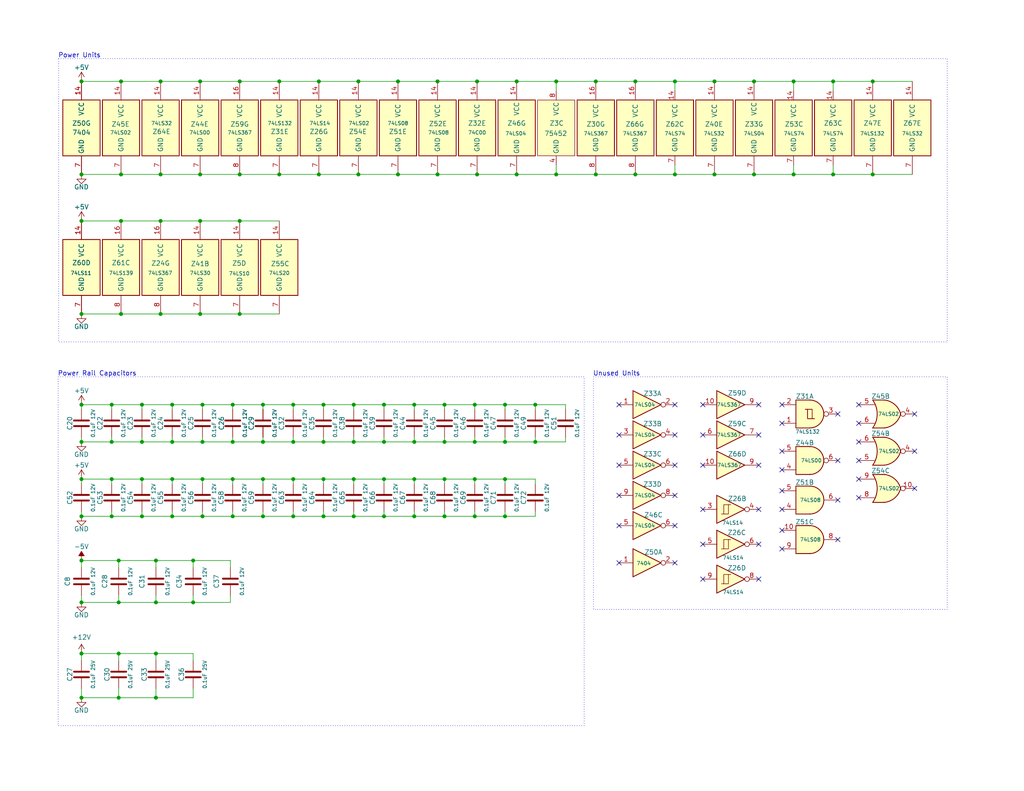
<source format=kicad_sch>
(kicad_sch (version 20250114) (generator "eeschema") (generator_version "9.0")
  (paper "USLetter")
  (title_block (title "TRS-80 Model I Rev HE11E011550") (date "2025-06-14") (rev "E1A") (company "RetroStack - Marcel Erz") (comment 2 "Power Units, Capacitors, and unused units") (comment 4 "Capacitors & Others"))
  (rectangle (start 161.925 102.87) (end 258.445 166.37) (stroke (width 0) (type dot)))
  (rectangle (start 15.875 102.87) (end 159.385 198.12) (stroke (width 0) (type dot)))
  (rectangle (start 16.002 16.002) (end 258.445 93.345) (stroke (width 0) (type dot)))
  (text "Power Units" (at 15.875 15.24 0) (effects (font (size 1.27 1.27)) (justify left)))
  (text "Unused Units" (at 161.798 102.108 0) (effects (font (size 1.27 1.27)) (justify left)))
  (text "Power Rail Capacitors" (at 15.748 102.108 0) (effects (font (size 1.27 1.27)) (justify left)))
  (junction (at 104.775 140.97))
  (junction (at 151.765 47.625))
  (junction (at 113.03 130.81))
  (junction (at 22.225 47.625))
  (junction (at 33.02 85.725))
  (junction (at 96.52 130.81))
  (junction (at 80.01 130.81))
  (junction (at 33.02 47.625))
  (junction (at 54.61 60.325))
  (junction (at 108.585 47.625))
  (junction (at 162.56 22.225))
  (junction (at 151.765 22.225))
  (junction (at 30.48 130.81))
  (junction (at 113.03 110.49))
  (junction (at 63.5 140.97))
  (junction (at 216.535 22.225))
  (junction (at 52.705 164.465))
  (junction (at 238.125 22.225))
  (junction (at 33.02 22.225))
  (junction (at 137.795 120.65))
  (junction (at 43.815 47.625))
  (junction (at 55.245 130.81))
  (junction (at 194.945 47.625))
  (junction (at 46.99 130.81))
  (junction (at 173.355 22.225))
  (junction (at 63.5 110.49))
  (junction (at 30.48 140.97))
  (junction (at 42.545 190.5))
  (junction (at 88.265 130.81))
  (junction (at 96.52 140.97))
  (junction (at 129.54 140.97))
  (junction (at 46.99 110.49))
  (junction (at 88.265 120.65))
  (junction (at 113.03 120.65))
  (junction (at 119.38 47.625))
  (junction (at 129.54 120.65))
  (junction (at 137.795 130.81))
  (junction (at 162.56 47.625))
  (junction (at 227.33 22.225))
  (junction (at 238.125 47.625))
  (junction (at 22.225 85.725))
  (junction (at 30.48 120.65))
  (junction (at 71.755 110.49))
  (junction (at 96.52 120.65))
  (junction (at 146.05 110.49))
  (junction (at 22.225 164.465))
  (junction (at 173.355 47.625))
  (junction (at 121.285 130.81))
  (junction (at 65.405 85.725))
  (junction (at 121.285 140.97))
  (junction (at 88.265 140.97))
  (junction (at 86.995 47.625))
  (junction (at 22.225 130.81))
  (junction (at 65.405 22.225))
  (junction (at 71.755 140.97))
  (junction (at 108.585 22.225))
  (junction (at 80.01 140.97))
  (junction (at 96.52 110.49))
  (junction (at 38.735 140.97))
  (junction (at 22.225 178.435))
  (junction (at 184.15 47.625))
  (junction (at 42.545 164.465))
  (junction (at 54.61 22.225))
  (junction (at 22.225 22.225))
  (junction (at 32.385 153.035))
  (junction (at 22.225 60.325))
  (junction (at 63.5 130.81))
  (junction (at 42.545 178.435))
  (junction (at 184.15 22.225))
  (junction (at 104.775 120.65))
  (junction (at 140.97 22.225))
  (junction (at 205.74 22.225))
  (junction (at 30.48 110.49))
  (junction (at 46.99 120.65))
  (junction (at 130.175 22.225))
  (junction (at 129.54 110.49))
  (junction (at 121.285 110.49))
  (junction (at 32.385 190.5))
  (junction (at 33.02 60.325))
  (junction (at 71.755 130.81))
  (junction (at 22.225 120.65))
  (junction (at 130.175 47.625))
  (junction (at 46.99 140.97))
  (junction (at 38.735 110.49))
  (junction (at 137.795 140.97))
  (junction (at 52.705 153.035))
  (junction (at 104.775 130.81))
  (junction (at 205.74 47.625))
  (junction (at 63.5 120.65))
  (junction (at 65.405 60.325))
  (junction (at 38.735 120.65))
  (junction (at 121.285 120.65))
  (junction (at 76.2 47.625))
  (junction (at 65.405 47.625))
  (junction (at 43.815 60.325))
  (junction (at 22.225 190.5))
  (junction (at 55.245 120.65))
  (junction (at 129.54 130.81))
  (junction (at 194.945 22.225))
  (junction (at 55.245 140.97))
  (junction (at 32.385 164.465))
  (junction (at 42.545 153.035))
  (junction (at 113.03 140.97))
  (junction (at 43.815 22.225))
  (junction (at 146.05 120.65))
  (junction (at 104.775 110.49))
  (junction (at 54.61 85.725))
  (junction (at 119.38 22.225))
  (junction (at 22.225 153.035))
  (junction (at 86.995 22.225))
  (junction (at 22.225 110.49))
  (junction (at 227.33 47.625))
  (junction (at 71.755 120.65))
  (junction (at 32.385 178.435))
  (junction (at 137.795 110.49))
  (junction (at 97.79 47.625))
  (junction (at 97.79 22.225))
  (junction (at 80.01 120.65))
  (junction (at 38.735 130.81))
  (junction (at 88.265 110.49))
  (junction (at 54.61 47.625))
  (junction (at 80.01 110.49))
  (junction (at 140.97 47.625))
  (junction (at 55.245 110.49))
  (junction (at 43.815 85.725))
  (junction (at 76.2 22.225))
  (junction (at 216.535 47.625))
  (junction (at 22.225 140.97))
  (no_connect (at 207.01 110.49))
  (no_connect (at 234.315 115.57))
  (no_connect (at 213.36 123.19))
  (no_connect (at 234.315 125.73))
  (no_connect (at 213.36 110.49))
  (no_connect (at 168.91 110.49))
  (no_connect (at 168.91 153.67))
  (no_connect (at 228.6 147.32))
  (no_connect (at 184.15 143.51))
  (no_connect (at 184.15 153.67))
  (no_connect (at 191.77 139.065))
  (no_connect (at 207.01 139.065))
  (no_connect (at 168.91 127))
  (no_connect (at 207.01 127))
  (no_connect (at 249.555 113.03))
  (no_connect (at 191.77 158.115))
  (no_connect (at 168.91 118.745))
  (no_connect (at 168.91 143.51))
  (no_connect (at 213.36 115.57))
  (no_connect (at 213.36 133.985))
  (no_connect (at 207.01 158.115))
  (no_connect (at 234.315 135.89))
  (no_connect (at 228.6 136.525))
  (no_connect (at 213.36 128.27))
  (no_connect (at 184.15 110.49))
  (no_connect (at 249.555 123.19))
  (no_connect (at 213.36 149.86))
  (no_connect (at 234.315 130.81))
  (no_connect (at 207.01 118.745))
  (no_connect (at 234.315 110.49))
  (no_connect (at 184.15 118.745))
  (no_connect (at 184.15 135.255))
  (no_connect (at 191.77 148.59))
  (no_connect (at 228.6 125.73))
  (no_connect (at 168.91 135.255))
  (no_connect (at 184.15 127))
  (no_connect (at 249.555 133.35))
  (no_connect (at 191.77 118.745))
  (no_connect (at 228.6 113.03))
  (no_connect (at 234.315 120.65))
  (no_connect (at 213.36 144.78))
  (no_connect (at 207.01 148.59))
  (no_connect (at 213.36 139.065))
  (no_connect (at 191.77 110.49))
  (no_connect (at 191.77 127))
  (wire (pts (xy 129.54 139.7) (xy 129.54 140.97)))
  (wire (pts (xy 154.305 110.49) (xy 154.305 111.76)))
  (wire (pts (xy 32.385 154.94) (xy 32.385 153.035)))
  (wire (pts (xy 173.355 22.225) (xy 184.15 22.225)))
  (wire (pts (xy 137.795 120.65) (xy 137.795 119.38)))
  (wire (pts (xy 22.225 178.435) (xy 22.225 180.34)))
  (wire (pts (xy 108.585 22.225) (xy 119.38 22.225)))
  (wire (pts (xy 227.33 47.625) (xy 216.535 47.625)))
  (wire (pts (xy 62.865 153.035) (xy 52.705 153.035)))
  (wire (pts (xy 140.97 22.225) (xy 151.765 22.225)))
  (wire (pts (xy 71.755 120.65) (xy 80.01 120.65)))
  (wire (pts (xy 30.48 120.65) (xy 30.48 119.38)))
  (wire (pts (xy 55.245 110.49) (xy 63.5 110.49)))
  (wire (pts (xy 104.775 139.7) (xy 104.775 140.97)))
  (wire (pts (xy 46.99 130.81) (xy 55.245 130.81)))
  (wire (pts (xy 30.48 140.97) (xy 30.48 139.7)))
  (wire (pts (xy 151.765 22.225) (xy 162.56 22.225)))
  (wire (pts (xy 43.815 85.725) (xy 54.61 85.725)))
  (wire (pts (xy 38.735 130.81) (xy 38.735 132.08)))
  (wire (pts (xy 86.995 47.625) (xy 97.79 47.625)))
  (wire (pts (xy 88.265 110.49) (xy 96.52 110.49)))
  (wire (pts (xy 63.5 130.81) (xy 71.755 130.81)))
  (wire (pts (xy 86.995 22.225) (xy 97.79 22.225)))
  (wire (pts (xy 104.775 120.65) (xy 104.775 119.38)))
  (wire (pts (xy 113.03 110.49) (xy 121.285 110.49)))
  (wire (pts (xy 38.735 140.97) (xy 38.735 139.7)))
  (wire (pts (xy 238.125 47.625) (xy 248.92 47.625)))
  (wire (pts (xy 96.52 130.81) (xy 88.265 130.81)))
  (wire (pts (xy 96.52 132.08) (xy 96.52 130.81)))
  (wire (pts (xy 55.245 120.65) (xy 55.245 119.38)))
  (wire (pts (xy 121.285 132.08) (xy 121.285 130.81)))
  (wire (pts (xy 96.52 110.49) (xy 104.775 110.49)))
  (wire (pts (xy 42.545 178.435) (xy 42.545 180.34)))
  (wire (pts (xy 146.05 120.65) (xy 146.05 119.38)))
  (wire (pts (xy 137.795 120.65) (xy 146.05 120.65)))
  (wire (pts (xy 55.245 140.97) (xy 55.245 139.7)))
  (wire (pts (xy 108.585 47.625) (xy 119.38 47.625)))
  (wire (pts (xy 38.735 120.65) (xy 46.99 120.65)))
  (wire (pts (xy 63.5 120.65) (xy 71.755 120.65)))
  (wire (pts (xy 146.05 110.49) (xy 146.05 111.76)))
  (wire (pts (xy 32.385 178.435) (xy 22.225 178.435)))
  (wire (pts (xy 80.01 110.49) (xy 88.265 110.49)))
  (wire (pts (xy 46.99 110.49) (xy 46.99 111.76)))
  (wire (pts (xy 30.48 120.65) (xy 38.735 120.65)))
  (wire (pts (xy 113.03 110.49) (xy 113.03 111.76)))
  (wire (pts (xy 52.705 187.96) (xy 52.705 190.5)))
  (wire (pts (xy 38.735 120.65) (xy 38.735 119.38)))
  (wire (pts (xy 42.545 162.56) (xy 42.545 164.465)))
  (wire (pts (xy 63.5 119.38) (xy 63.5 120.65)))
  (wire (pts (xy 33.02 47.625) (xy 43.815 47.625)))
  (wire (pts (xy 227.33 47.625) (xy 238.125 47.625)))
  (wire (pts (xy 76.2 22.225) (xy 86.995 22.225)))
  (wire (pts (xy 113.03 120.65) (xy 121.285 120.65)))
  (wire (pts (xy 65.405 60.325) (xy 76.2 60.325)))
  (wire (pts (xy 130.175 22.225) (xy 140.97 22.225)))
  (wire (pts (xy 65.405 85.725) (xy 76.2 85.725)))
  (wire (pts (xy 22.225 60.325) (xy 33.02 60.325)))
  (wire (pts (xy 32.385 187.96) (xy 32.385 190.5)))
  (wire (pts (xy 104.775 130.81) (xy 113.03 130.81)))
  (wire (pts (xy 88.265 139.7) (xy 88.265 140.97)))
  (wire (pts (xy 130.175 47.625) (xy 119.38 47.625)))
  (wire (pts (xy 32.385 164.465) (xy 22.225 164.465)))
  (wire (pts (xy 88.265 132.08) (xy 88.265 130.81)))
  (wire (pts (xy 42.545 154.94) (xy 42.545 153.035)))
  (wire (pts (xy 140.97 47.625) (xy 151.765 47.625)))
  (wire (pts (xy 137.795 110.49) (xy 146.05 110.49)))
  (wire (pts (xy 42.545 164.465) (xy 32.385 164.465)))
  (wire (pts (xy 137.795 139.7) (xy 137.795 140.97)))
  (wire (pts (xy 121.285 120.65) (xy 129.54 120.65)))
  (wire (pts (xy 22.225 140.97) (xy 30.48 140.97)))
  (wire (pts (xy 63.5 130.81) (xy 63.5 132.08)))
  (wire (pts (xy 121.285 110.49) (xy 121.285 111.76)))
  (wire (pts (xy 146.05 120.65) (xy 154.305 120.65)))
  (wire (pts (xy 205.74 22.225) (xy 216.535 22.225)))
  (wire (pts (xy 52.705 190.5) (xy 42.545 190.5)))
  (wire (pts (xy 88.265 120.65) (xy 96.52 120.65)))
  (wire (pts (xy 30.48 130.81) (xy 38.735 130.81)))
  (wire (pts (xy 151.765 22.225) (xy 151.765 24.765)))
  (wire (pts (xy 43.815 47.625) (xy 54.61 47.625)))
  (wire (pts (xy 62.865 164.465) (xy 52.705 164.465)))
  (wire (pts (xy 38.735 130.81) (xy 46.99 130.81)))
  (wire (pts (xy 63.5 110.49) (xy 71.755 110.49)))
  (wire (pts (xy 52.705 154.94) (xy 52.705 153.035)))
  (wire (pts (xy 80.01 120.65) (xy 88.265 120.65)))
  (wire (pts (xy 184.15 22.225) (xy 184.15 24.765)))
  (wire (pts (xy 104.775 132.08) (xy 104.775 130.81)))
  (wire (pts (xy 46.99 120.65) (xy 46.99 119.38)))
  (wire (pts (xy 121.285 120.65) (xy 121.285 119.38)))
  (wire (pts (xy 76.2 47.625) (xy 86.995 47.625)))
  (wire (pts (xy 71.755 120.65) (xy 71.755 119.38)))
  (wire (pts (xy 146.05 139.7) (xy 146.05 140.97)))
  (wire (pts (xy 80.01 110.49) (xy 80.01 111.76)))
  (wire (pts (xy 130.175 47.625) (xy 140.97 47.625)))
  (wire (pts (xy 46.99 130.81) (xy 46.99 132.08)))
  (wire (pts (xy 146.05 110.49) (xy 154.305 110.49)))
  (wire (pts (xy 71.755 130.81) (xy 71.755 132.08)))
  (wire (pts (xy 129.54 132.08) (xy 129.54 130.81)))
  (wire (pts (xy 80.01 130.81) (xy 71.755 130.81)))
  (wire (pts (xy 22.225 153.035) (xy 22.225 154.94)))
  (wire (pts (xy 42.545 190.5) (xy 32.385 190.5)))
  (wire (pts (xy 162.56 22.225) (xy 173.355 22.225)))
  (wire (pts (xy 104.775 120.65) (xy 113.03 120.65)))
  (wire (pts (xy 22.225 110.49) (xy 30.48 110.49)))
  (wire (pts (xy 30.48 130.81) (xy 30.48 132.08)))
  (wire (pts (xy 96.52 140.97) (xy 88.265 140.97)))
  (wire (pts (xy 54.61 47.625) (xy 65.405 47.625)))
  (wire (pts (xy 113.03 140.97) (xy 121.285 140.97)))
  (wire (pts (xy 80.01 139.7) (xy 80.01 140.97)))
  (wire (pts (xy 30.48 140.97) (xy 38.735 140.97)))
  (wire (pts (xy 71.755 110.49) (xy 80.01 110.49)))
  (wire (pts (xy 46.99 140.97) (xy 55.245 140.97)))
  (wire (pts (xy 32.385 190.5) (xy 22.225 190.5)))
  (wire (pts (xy 22.225 110.49) (xy 22.225 111.76)))
  (wire (pts (xy 55.245 140.97) (xy 63.5 140.97)))
  (wire (pts (xy 129.54 110.49) (xy 129.54 111.76)))
  (wire (pts (xy 238.125 22.225) (xy 248.92 22.225)))
  (wire (pts (xy 227.33 22.225) (xy 216.535 22.225)))
  (wire (pts (xy 55.245 130.81) (xy 63.5 130.81)))
  (wire (pts (xy 42.545 153.035) (xy 32.385 153.035)))
  (wire (pts (xy 129.54 130.81) (xy 121.285 130.81)))
  (wire (pts (xy 96.52 139.7) (xy 96.52 140.97)))
  (wire (pts (xy 33.02 60.325) (xy 43.815 60.325)))
  (wire (pts (xy 129.54 120.65) (xy 137.795 120.65)))
  (wire (pts (xy 22.225 47.625) (xy 33.02 47.625)))
  (wire (pts (xy 55.245 130.81) (xy 55.245 132.08)))
  (wire (pts (xy 88.265 130.81) (xy 80.01 130.81)))
  (wire (pts (xy 227.33 22.225) (xy 238.125 22.225)))
  (wire (pts (xy 22.225 120.65) (xy 22.225 119.38)))
  (wire (pts (xy 22.225 85.725) (xy 33.02 85.725)))
  (wire (pts (xy 54.61 22.225) (xy 65.405 22.225)))
  (wire (pts (xy 63.5 140.97) (xy 71.755 140.97)))
  (wire (pts (xy 62.865 154.94) (xy 62.865 153.035)))
  (wire (pts (xy 62.865 162.56) (xy 62.865 164.465)))
  (wire (pts (xy 63.5 140.97) (xy 63.5 139.7)))
  (wire (pts (xy 71.755 140.97) (xy 71.755 139.7)))
  (wire (pts (xy 121.285 110.49) (xy 129.54 110.49)))
  (wire (pts (xy 137.795 132.08) (xy 137.795 130.81)))
  (wire (pts (xy 146.05 132.08) (xy 146.05 130.81)))
  (wire (pts (xy 46.99 120.65) (xy 55.245 120.65)))
  (wire (pts (xy 32.385 153.035) (xy 22.225 153.035)))
  (wire (pts (xy 227.33 24.765) (xy 227.33 22.225)))
  (wire (pts (xy 96.52 110.49) (xy 96.52 111.76)))
  (wire (pts (xy 32.385 178.435) (xy 32.385 180.34)))
  (wire (pts (xy 216.535 24.765) (xy 216.535 22.225)))
  (wire (pts (xy 184.15 22.225) (xy 194.945 22.225)))
  (wire (pts (xy 97.79 22.225) (xy 108.585 22.225)))
  (wire (pts (xy 80.01 140.97) (xy 71.755 140.97)))
  (wire (pts (xy 184.15 47.625) (xy 194.945 47.625)))
  (wire (pts (xy 137.795 140.97) (xy 146.05 140.97)))
  (wire (pts (xy 129.54 110.49) (xy 137.795 110.49)))
  (wire (pts (xy 104.775 110.49) (xy 104.775 111.76)))
  (wire (pts (xy 52.705 178.435) (xy 42.545 178.435)))
  (wire (pts (xy 113.03 132.08) (xy 113.03 130.81)))
  (wire (pts (xy 52.705 180.34) (xy 52.705 178.435)))
  (wire (pts (xy 88.265 140.97) (xy 80.01 140.97)))
  (wire (pts (xy 137.795 130.81) (xy 146.05 130.81)))
  (wire (pts (xy 22.225 120.65) (xy 30.48 120.65)))
  (wire (pts (xy 38.735 110.49) (xy 46.99 110.49)))
  (wire (pts (xy 113.03 130.81) (xy 121.285 130.81)))
  (wire (pts (xy 42.545 178.435) (xy 32.385 178.435)))
  (wire (pts (xy 96.52 120.65) (xy 96.52 119.38)))
  (wire (pts (xy 30.48 110.49) (xy 38.735 110.49)))
  (wire (pts (xy 30.48 110.49) (xy 30.48 111.76)))
  (wire (pts (xy 130.175 22.225) (xy 119.38 22.225)))
  (wire (pts (xy 104.775 140.97) (xy 113.03 140.97)))
  (wire (pts (xy 71.755 110.49) (xy 71.755 111.76)))
  (wire (pts (xy 65.405 47.625) (xy 76.2 47.625)))
  (wire (pts (xy 129.54 140.97) (xy 121.285 140.97)))
  (wire (pts (xy 154.305 120.65) (xy 154.305 119.38)))
  (wire (pts (xy 96.52 120.65) (xy 104.775 120.65)))
  (wire (pts (xy 88.265 120.65) (xy 88.265 119.38)))
  (wire (pts (xy 42.545 187.96) (xy 42.545 190.5)))
  (wire (pts (xy 22.225 162.56) (xy 22.225 164.465)))
  (wire (pts (xy 137.795 140.97) (xy 129.54 140.97)))
  (wire (pts (xy 104.775 110.49) (xy 113.03 110.49)))
  (wire (pts (xy 104.775 140.97) (xy 96.52 140.97)))
  (wire (pts (xy 194.945 22.225) (xy 205.74 22.225)))
  (wire (pts (xy 43.815 22.225) (xy 54.61 22.225)))
  (wire (pts (xy 46.99 140.97) (xy 46.99 139.7)))
  (wire (pts (xy 33.02 85.725) (xy 43.815 85.725)))
  (wire (pts (xy 52.705 164.465) (xy 42.545 164.465)))
  (wire (pts (xy 22.225 130.81) (xy 30.48 130.81)))
  (wire (pts (xy 63.5 111.76) (xy 63.5 110.49)))
  (wire (pts (xy 22.225 22.225) (xy 33.02 22.225)))
  (wire (pts (xy 54.61 85.725) (xy 65.405 85.725)))
  (wire (pts (xy 151.765 45.085) (xy 151.765 47.625)))
  (wire (pts (xy 97.79 47.625) (xy 108.585 47.625)))
  (wire (pts (xy 55.245 120.65) (xy 63.5 120.65)))
  (wire (pts (xy 22.225 130.81) (xy 22.225 132.08)))
  (wire (pts (xy 38.735 110.49) (xy 38.735 111.76)))
  (wire (pts (xy 162.56 47.625) (xy 173.355 47.625)))
  (wire (pts (xy 54.61 60.325) (xy 65.405 60.325)))
  (wire (pts (xy 121.285 139.7) (xy 121.285 140.97)))
  (wire (pts (xy 173.355 47.625) (xy 184.15 47.625)))
  (wire (pts (xy 80.01 132.08) (xy 80.01 130.81)))
  (wire (pts (xy 55.245 110.49) (xy 55.245 111.76)))
  (wire (pts (xy 137.795 130.81) (xy 129.54 130.81)))
  (wire (pts (xy 22.225 140.97) (xy 22.225 139.7)))
  (wire (pts (xy 22.225 187.96) (xy 22.225 190.5)))
  (wire (pts (xy 33.02 22.225) (xy 43.815 22.225)))
  (wire (pts (xy 88.265 110.49) (xy 88.265 111.76)))
  (wire (pts (xy 46.99 110.49) (xy 55.245 110.49)))
  (wire (pts (xy 184.15 45.085) (xy 184.15 47.625)))
  (wire (pts (xy 137.795 110.49) (xy 137.795 111.76)))
  (wire (pts (xy 104.775 130.81) (xy 96.52 130.81)))
  (wire (pts (xy 194.945 47.625) (xy 205.74 47.625)))
  (wire (pts (xy 129.54 120.65) (xy 129.54 119.38)))
  (wire (pts (xy 52.705 162.56) (xy 52.705 164.465)))
  (wire (pts (xy 38.735 140.97) (xy 46.99 140.97)))
  (wire (pts (xy 216.535 45.085) (xy 216.535 47.625)))
  (wire (pts (xy 113.03 120.65) (xy 113.03 119.38)))
  (wire (pts (xy 43.815 60.325) (xy 54.61 60.325)))
  (wire (pts (xy 151.765 47.625) (xy 162.56 47.625)))
  (wire (pts (xy 65.405 22.225) (xy 76.2 22.225)))
  (wire (pts (xy 52.705 153.035) (xy 42.545 153.035)))
  (wire (pts (xy 205.74 47.625) (xy 216.535 47.625)))
  (wire (pts (xy 227.33 45.085) (xy 227.33 47.625)))
  (wire (pts (xy 80.01 120.65) (xy 80.01 119.38)))
  (wire (pts (xy 32.385 162.56) (xy 32.385 164.465)))
  (wire (pts (xy 113.03 139.7) (xy 113.03 140.97)))
  (symbol (lib_id "Device:C") (at 104.775 115.57 0) (unit 1)
    (property "Reference" "C39" (at 101.6 115.57 90))
    (property "Value" "0.1uF 12V" (at 107.95 115.57 90) (effects (font (size 1 1))))
    (property "Footprint" "Library:TRS80_Model_I_C_Disc_9.5L_4W_6P_Jap" (effects (hide yes)))
  )
  (symbol (lib_id "RetroStackLibrary:74LS367_Split") (at 173.355 24.13 0) (unit 7)
    (property "Reference" "Z66" (at 173.228 33.909 0))
    (property "Value" "74LS367" (at 173.228 36.449 0) (effects (font (size 1 1))))
    (property "Footprint" "Library:TRS80_Model_I_DIP16_Jap" (effects (hide yes)))
    (property "Datasheet" "https://www.ti.com/lit/ds/symlink/sn74ls367a.pdf" (effects (hide yes)))
    (property "Description" "Hex buffer 3-State outputs" (effects (hide yes)))
  )
  (symbol (lib_id "RetroStackLibrary:74LS367_Split") (at 43.815 62.23 0) (unit 7)
    (property "Reference" "Z24" (at 43.815 71.882 0))
    (property "Value" "74LS367" (at 43.688 74.549 0) (effects (font (size 1 1))))
    (property "Footprint" "Library:TRS80_Model_I_DIP16_Jap" (effects (hide yes)))
    (property "Datasheet" "https://www.ti.com/lit/ds/symlink/sn74ls367a.pdf" (effects (hide yes)))
    (property "Description" "Hex buffer 3-State outputs" (effects (hide yes)))
  )
  (symbol (lib_id "74xx:74LS04") (at 176.53 127 0) (unit 3)
    (property "Reference" "Z33" (at 178.054 123.952 0))
    (property "Value" "74LS04" (at 175.895 127 0) (effects (font (size 1 1))))
    (property "Footprint" "Library:TRS80_Model_I_DIP14_Jap" (effects (hide yes)))
    (property "Datasheet" "http://www.ti.com/lit/gpn/sn74LS04" (effects (hide yes)))
    (property "Description" "Hex Inverter" (effects (hide yes)))
  )
  (symbol (lib_id "Device:C") (at 113.03 135.89 0) (unit 1)
    (property "Reference" "C67" (at 109.855 135.89 90))
    (property "Value" "0.1uF 12V" (at 116.205 135.89 90) (effects (font (size 1 1))))
    (property "Footprint" "Library:TRS80_Model_I_C_Disc_9.5L_4W_6P_Jap" (effects (hide yes)))
  )
  (symbol (lib_id "74xx:74LS02") (at 97.79 34.925 0) (mirror y) (unit 5)
    (property "Reference" "Z54" (at 97.663 35.941 0))
    (property "Value" "74LS02" (at 97.917 33.655 0) (effects (font (size 1 1))))
    (property "Footprint" "Library:TRS80_Model_I_DIP14_Jap" (effects (hide yes)))
    (property "Datasheet" "http://www.ti.com/lit/gpn/sn74ls02" (effects (hide yes)))
  )
  (symbol (lib_id "Device:C") (at 46.99 135.89 0) (unit 1)
    (property "Reference" "C55" (at 43.815 135.89 90))
    (property "Value" "0.1uF 12V" (at 50.165 135.89 90) (effects (font (size 1 1))))
    (property "Footprint" "Library:TRS80_Model_I_C_Disc_9.5L_4W_6P_Jap" (effects (hide yes)))
  )
  (symbol (lib_id "RetroStackLibrary:7404") (at 22.225 34.925 0) (unit 7)
    (property "Reference" "Z50" (at 22.225 33.655 0))
    (property "Value" "7404" (at 22.225 36.195 0))
    (property "Footprint" "Library:TRS80_Model_I_DIP14_Jap" (effects (hide yes)))
    (property "Datasheet" "http://www.ti.com/lit/gpn/sn74LS04" (effects (hide yes)))
    (property "Description" "Hex Inverter" (effects (hide yes)))
  )
  (symbol (lib_id "Device:C") (at 52.705 158.75 0) (unit 1)
    (property "Reference" "C34" (at 48.895 158.75 90))
    (property "Value" "0.1uF 12V" (at 55.88 158.75 90) (effects (font (size 1 1))))
    (property "Footprint" "Library:TRS80_Model_I_C_Disc_9.5L_4W_6P_Jap" (effects (hide yes)))
  )
  (symbol (lib_id "74xx:74LS02") (at 241.935 113.03 0) (unit 2)
    (property "Reference" "Z45" (at 240.284 108.204 0))
    (property "Value" "74LS02" (at 242.443 113.03 0) (effects (font (size 1 1))))
    (property "Footprint" "Library:TRS80_Model_I_DIP14_Jap" (effects (hide yes)))
    (property "Datasheet" "http://www.ti.com/lit/gpn/sn74ls02" (effects (hide yes)))
    (property "Description" "quad 2-input NOR gate" (effects (hide yes)))
  )
  (symbol (lib_id "74xx:74LS74") (at 227.33 34.925 0) (unit 3)
    (property "Reference" "Z63" (at 227.33 33.655 0))
    (property "Value" "74LS74" (at 227.33 36.449 0) (effects (font (size 1 1))))
    (property "Footprint" "Library:TRS80_Model_I_DIP14_Jap" (effects (hide yes)))
    (property "Datasheet" "74xx/74hc_hct74.pdf" (effects (hide yes)))
  )
  (symbol (lib_id "power:GND") (at 22.225 120.65 0) (unit 1)
    (property "Reference" "#PWR0124" (effects (hide yes)))
    (property "Value" "GND" (at 22.225 124.079 0))
    (property "Description" "Power symbol creates a global label with name \"GND\" , ground" (effects (hide yes)))
  )
  (symbol (lib_id "Device:C") (at 80.01 135.89 0) (unit 1)
    (property "Reference" "C63" (at 76.835 135.89 90))
    (property "Value" "0.1uF 12V" (at 83.185 135.89 90) (effects (font (size 1 1))))
    (property "Footprint" "Library:TRS80_Model_I_C_Disc_9.5L_4W_6P_Jap" (effects (hide yes)))
  )
  (symbol (lib_id "74xx:74LS08") (at 119.38 34.925 0) (unit 5)
    (property "Reference" "Z52" (at 119.507 33.782 0))
    (property "Value" "74LS08" (at 119.634 36.195 0) (effects (font (size 1 1))))
    (property "Footprint" "Library:TRS80_Model_I_DIP14_Jap" (effects (hide yes)))
    (property "Datasheet" "http://www.ti.com/lit/gpn/sn74LS08" (effects (hide yes)))
    (property "Description" "Quad And2" (effects (hide yes)))
  )
  (symbol (lib_id "power:GND") (at 22.225 140.97 0) (unit 1)
    (property "Reference" "#PWR040" (effects (hide yes)))
    (property "Value" "GND" (at 22.225 144.399 0))
    (property "Description" "Power symbol creates a global label with name \"GND\" , ground" (effects (hide yes)))
  )
  (symbol (lib_id "Device:C") (at 38.735 115.57 0) (unit 1)
    (property "Reference" "C23" (at 35.56 115.57 90))
    (property "Value" "0.1uF 12V" (at 41.91 115.57 90) (effects (font (size 1 1))))
    (property "Footprint" "Library:TRS80_Model_I_C_Disc_9.5L_4W_6P_Jap" (effects (hide yes)))
  )
  (symbol (lib_id "Device:C") (at 32.385 158.75 0) (unit 1)
    (property "Reference" "C28" (at 28.575 158.75 90))
    (property "Value" "0.1uF 12V" (at 35.56 158.75 90) (effects (font (size 1 1))))
    (property "Footprint" "Library:TRS80_Model_I_C_Disc_9.5L_4W_6P_Jap" (effects (hide yes)))
  )
  (symbol (lib_id "Device:C") (at 22.225 184.15 0) (unit 1)
    (property "Reference" "C27" (at 19.05 184.15 90))
    (property "Value" "0.1uF 25V" (at 25.4 184.15 90) (effects (font (size 1 1))))
    (property "Footprint" "Library:TRS80_Model_I_C_Disc_9.5L_4W_6P_Jap" (effects (hide yes)))
  )
  (symbol (lib_id "RetroStackLibrary:74LS367_Split") (at 65.405 24.13 0) (unit 7)
    (property "Reference" "Z59" (at 65.405 33.909 0))
    (property "Value" "74LS367" (at 65.405 36.195 0) (effects (font (size 1 1))))
    (property "Footprint" "Library:TRS80_Model_I_DIP16_Jap" (effects (hide yes)))
    (property "Datasheet" "https://www.ti.com/lit/ds/symlink/sn74ls367a.pdf" (effects (hide yes)))
    (property "Description" "Hex buffer 3-State outputs" (effects (hide yes)))
  )
  (symbol (lib_id "74xx:74LS08") (at 220.98 136.525 0) (mirror x) (unit 2)
    (property "Reference" "Z51" (at 219.583 131.699 0))
    (property "Value" "74LS08" (at 221.107 136.525 0) (effects (font (size 1 1))))
    (property "Footprint" "Library:TRS80_Model_I_DIP14_Jap" (effects (hide yes)))
    (property "Datasheet" "http://www.ti.com/lit/gpn/sn74LS08" (effects (hide yes)))
    (property "Description" "Quad And2" (effects (hide yes)))
  )
  (symbol (lib_id "Device:C") (at 88.265 115.57 0) (unit 1)
    (property "Reference" "C35" (at 85.09 115.57 90))
    (property "Value" "0.1uF 12V" (at 91.44 115.57 90) (effects (font (size 1 1))))
    (property "Footprint" "Library:TRS80_Model_I_C_Disc_9.5L_4W_6P_Jap" (effects (hide yes)))
  )
  (symbol (lib_id "Device:C") (at 22.225 158.75 0) (unit 1)
    (property "Reference" "C8" (at 18.415 158.75 90))
    (property "Value" "0.1uF 12V" (at 25.4 158.75 90) (effects (font (size 1 1))))
    (property "Footprint" "Library:TRS80_Model_I_C_Disc_9.5L_4W_6P_Jap" (effects (hide yes)))
  )
  (symbol (lib_id "74xx:74LS74") (at 184.15 34.925 0) (unit 3)
    (property "Reference" "Z62" (at 184.15 33.909 0))
    (property "Value" "74LS74" (at 184.15 36.449 0) (effects (font (size 1 1))))
    (property "Footprint" "Library:TRS80_Model_I_DIP14_Jap" (effects (hide yes)))
    (property "Datasheet" "74xx/74hc_hct74.pdf" (effects (hide yes)))
    (property "Description" "Dual D Flip-flop, Set & Reset" (effects (hide yes)))
  )
  (symbol (lib_id "Device:C") (at 80.01 115.57 0) (unit 1)
    (property "Reference" "C32" (at 76.835 115.57 90))
    (property "Value" "0.1uF 12V" (at 83.185 115.57 90) (effects (font (size 1 1))))
    (property "Footprint" "Library:TRS80_Model_I_C_Disc_9.5L_4W_6P_Jap" (effects (hide yes)))
  )
  (symbol (lib_id "74xx:74LS14") (at 86.995 34.925 0) (unit 7)
    (property "Reference" "Z26" (at 86.995 35.941 0))
    (property "Value" "74LS14" (at 87.249 33.655 0) (effects (font (size 1 1))))
    (property "Footprint" "Library:TRS80_Model_I_DIP14_Jap" (effects (hide yes)))
    (property "Datasheet" "http://www.ti.com/lit/gpn/sn74LS14" (effects (hide yes)))
    (property "Description" "Hex inverter schmitt trigger" (effects (hide yes)))
  )
  (symbol (lib_id "74xx:74LS10") (at 65.405 73.025 0) (unit 4)
    (property "Reference" "Z5" (at 65.278 71.882 0))
    (property "Value" "74LS10" (at 65.278 74.676 0) (effects (font (size 1 1))))
    (property "Footprint" "Library:TRS80_Model_I_DIP14_Jap" (effects (hide yes)))
    (property "Datasheet" "http://www.ti.com/lit/gpn/sn74LS10" (effects (hide yes)))
    (property "Description" "Triple 3-input NAND" (effects (hide yes)))
  )
  (symbol (lib_id "74xx:74LS74") (at 216.535 34.925 0) (unit 3)
    (property "Reference" "Z53" (at 216.662 33.909 0))
    (property "Value" "74LS74" (at 216.662 36.449 0) (effects (font (size 1 1))))
    (property "Footprint" "Library:TRS80_Model_I_DIP14_Jap" (effects (hide yes)))
    (property "Datasheet" "74xx/74hc_hct74.pdf" (effects (hide yes)))
  )
  (symbol (lib_id "74xx:74LS04") (at 176.53 110.49 0) (unit 1)
    (property "Reference" "Z33" (at 178.054 107.442 0))
    (property "Value" "74LS04" (at 175.895 110.49 0) (effects (font (size 1 1))))
    (property "Footprint" "Library:TRS80_Model_I_DIP14_Jap" (effects (hide yes)))
    (property "Datasheet" "http://www.ti.com/lit/gpn/sn74LS04" (effects (hide yes)))
    (property "Description" "Hex Inverter" (effects (hide yes)))
  )
  (symbol (lib_id "74xx:74LS00") (at 54.61 34.925 0) (mirror y) (unit 5)
    (property "Reference" "Z44" (at 54.483 33.909 0))
    (property "Value" "74LS00" (at 54.483 36.195 0) (effects (font (size 1 1))))
    (property "Footprint" "Library:TRS80_Model_I_DIP14_Jap" (effects (hide yes)))
    (property "Datasheet" "http://www.ti.com/lit/gpn/sn74ls00" (effects (hide yes)))
    (property "Description" "quad 2-input NAND gate" (effects (hide yes)))
  )
  (symbol (lib_id "RetroStackLibrary:75452") (at 153.67 26.035 0) (unit 3)
    (property "Reference" "Z3" (at 151.892 33.655 0))
    (property "Value" "75452" (at 151.638 36.449 0))
    (property "Footprint" "Library:TRS80_Model_I_DIP8_Jap" (effects (hide yes)))
    (property "Datasheet" "https://www.ti.com/lit/ds/symlink/sn75452b.pdf" (effects (hide yes)))
    (property "Description" "Dual-Peripheral Drivers for High-Current, High-Speed Switching" (effects (hide yes)))
  )
  (symbol (lib_id "Device:C") (at 113.03 115.57 0) (unit 1)
    (property "Reference" "C44" (at 109.855 115.57 90))
    (property "Value" "0.1uF 12V" (at 116.205 115.57 90) (effects (font (size 1 1))))
    (property "Footprint" "Library:TRS80_Model_I_C_Disc_9.5L_4W_6P_Jap" (effects (hide yes)))
  )
  (symbol (lib_id "Device:C") (at 88.265 135.89 0) (unit 1)
    (property "Reference" "C64" (at 85.09 135.89 90))
    (property "Value" "0.1uF 12V" (at 91.44 135.89 90) (effects (font (size 1 1))))
    (property "Footprint" "Library:TRS80_Model_I_C_Disc_9.5L_4W_6P_Jap" (effects (hide yes)))
  )
  (symbol (lib_id "Device:C") (at 63.5 115.57 0) (unit 1)
    (property "Reference" "C26" (at 60.452 115.57 90))
    (property "Value" "0.1uF 12V" (at 66.802 115.57 90) (effects (font (size 1 1))))
    (property "Footprint" "Library:TRS80_Model_I_C_Disc_9.5L_4W_6P_Jap" (effects (hide yes)))
  )
  (symbol (lib_id "power:+12V") (at 22.225 178.435 0) (unit 1)
    (property "Reference" "#PWR044" (effects (hide yes)))
    (property "Value" "+12V" (at 22.225 173.99 0))
    (property "Description" "Power symbol creates a global label with name \"+12V\"" (effects (hide yes)))
  )
  (symbol (lib_id "Device:C") (at 52.705 184.15 0) (unit 1)
    (property "Reference" "C36" (at 49.53 184.15 90))
    (property "Value" "0.1uF 25V" (at 55.88 184.15 90) (effects (font (size 1 1))))
    (property "Footprint" "Library:TRS80_Model_I_C_Disc_9.5L_4W_6P_Jap" (effects (hide yes)))
  )
  (symbol (lib_id "74xx:74LS132") (at 220.98 113.03 0) (mirror x) (unit 1)
    (property "Reference" "Z31" (at 219.583 108.204 0))
    (property "Value" "74LS132" (at 220.345 117.856 0) (effects (font (size 1 1))))
    (property "Footprint" "Library:TRS80_Model_I_DIP14_Jap" (effects (hide yes)))
    (property "Datasheet" "http://www.ti.com/lit/gpn/sn74LS132" (effects (hide yes)))
  )
  (symbol (lib_id "74xx:74LS139") (at 33.02 73.025 0) (unit 3)
    (property "Reference" "Z61" (at 33.02 71.755 0))
    (property "Value" "74LS139" (at 33.02 74.549 0) (effects (font (size 1 1))))
    (property "Footprint" "Library:TRS80_Model_I_DIP16_Jap" (effects (hide yes)))
    (property "Datasheet" "http://www.ti.com/lit/ds/symlink/sn74ls139a.pdf" (effects (hide yes)))
    (property "Description" "Dual Decoder 1 of 4, Active low outputs" (effects (hide yes)))
  )
  (symbol (lib_id "74xx:74LS00") (at 130.175 34.925 0) (unit 5)
    (property "Reference" "Z32" (at 130.175 33.655 0))
    (property "Value" "74C00" (at 130.175 36.195 0) (effects (font (size 1 1))))
    (property "Footprint" "Library:TRS80_Model_I_DIP14_Jap" (effects (hide yes)))
    (property "Datasheet" "http://www.ti.com/lit/gpn/sn74ls00" (effects (hide yes)))
  )
  (symbol (lib_id "74xx:74LS04") (at 176.53 118.745 0) (unit 2)
    (property "Reference" "Z33" (at 178.054 115.697 0))
    (property "Value" "74LS04" (at 175.895 118.745 0) (effects (font (size 1 1))))
    (property "Footprint" "Library:TRS80_Model_I_DIP14_Jap" (effects (hide yes)))
    (property "Datasheet" "http://www.ti.com/lit/gpn/sn74LS04" (effects (hide yes)))
    (property "Description" "Hex Inverter" (effects (hide yes)))
  )
  (symbol (lib_id "Device:C") (at 129.54 115.57 0) (unit 1)
    (property "Reference" "C46" (at 126.365 115.57 90))
    (property "Value" "0.1uF 12V" (at 132.715 115.57 90) (effects (font (size 1 1))))
    (property "Footprint" "Library:TRS80_Model_I_C_Disc_9.5L_4W_6P_Jap" (effects (hide yes)))
  )
  (symbol (lib_id "Device:C") (at 146.05 115.57 0) (unit 1)
    (property "Reference" "C49" (at 142.875 115.57 90))
    (property "Value" "0.1uF 12V" (at 149.225 115.57 90) (effects (font (size 1 1))))
    (property "Footprint" "Library:TRS80_Model_I_C_Disc_9.5L_4W_6P_Jap" (effects (hide yes)))
  )
  (symbol (lib_id "Device:C") (at 32.385 184.15 0) (unit 1)
    (property "Reference" "C30" (at 29.21 184.15 90))
    (property "Value" "0.1uF 25V" (at 35.56 184.15 90) (effects (font (size 1 1))))
    (property "Footprint" "Library:TRS80_Model_I_C_Disc_9.5L_4W_6P_Jap" (effects (hide yes)))
  )
  (symbol (lib_id "Device:C") (at 30.48 115.57 0) (unit 1)
    (property "Reference" "C22" (at 27.305 115.57 90))
    (property "Value" "0.1uF 12V" (at 33.655 115.57 90) (effects (font (size 1 1))))
    (property "Footprint" "Library:TRS80_Model_I_C_Disc_9.5L_4W_6P_Jap" (effects (hide yes)))
  )
  (symbol (lib_id "74xx:74LS02") (at 241.935 123.19 0) (mirror x) (unit 2)
    (property "Reference" "Z54" (at 240.284 118.364 0))
    (property "Value" "74LS02" (at 242.57 123.19 0) (effects (font (size 1 1))))
    (property "Footprint" "Library:TRS80_Model_I_DIP14_Jap" (effects (hide yes)))
    (property "Datasheet" "http://www.ti.com/lit/gpn/sn74ls02" (effects (hide yes)))
  )
  (symbol (lib_id "Device:C") (at 129.54 135.89 0) (unit 1)
    (property "Reference" "C69" (at 126.365 135.89 90))
    (property "Value" "0.1uF 12V" (at 132.715 135.89 90) (effects (font (size 1 1))))
    (property "Footprint" "Library:TRS80_Model_I_C_Disc_9.5L_4W_6P_Jap" (effects (hide yes)))
  )
  (symbol (lib_id "Device:C") (at 38.735 135.89 0) (unit 1)
    (property "Reference" "C54" (at 35.56 135.89 90))
    (property "Value" "0.1uF 12V" (at 41.91 135.89 90) (effects (font (size 1 1))))
    (property "Footprint" "Library:TRS80_Model_I_C_Disc_9.5L_4W_6P_Jap" (effects (hide yes)))
  )
  (symbol (lib_id "74xx:74LS04") (at 140.97 34.925 0) (unit 7)
    (property "Reference" "Z46" (at 140.97 33.655 0))
    (property "Value" "74LS04" (at 140.716 36.449 0) (effects (font (size 1 1))))
    (property "Footprint" "Library:TRS80_Model_I_DIP14_Jap" (effects (hide yes)))
    (property "Datasheet" "http://www.ti.com/lit/gpn/sn74LS04" (effects (hide yes)))
    (property "Description" "Hex Inverter" (effects (hide yes)))
  )
  (symbol (lib_id "power:GND") (at 22.225 164.465 0) (unit 1)
    (property "Reference" "#PWR042" (effects (hide yes)))
    (property "Value" "GND" (at 22.225 167.894 0))
    (property "Description" "Power symbol creates a global label with name \"GND\" , ground" (effects (hide yes)))
  )
  (symbol (lib_id "Device:C") (at 146.05 135.89 0) (unit 1)
    (property "Reference" "C72" (at 142.875 135.89 90))
    (property "Value" "0.1uF 12V" (at 149.225 135.89 90) (effects (font (size 1 1))))
    (property "Footprint" "Library:TRS80_Model_I_C_Disc_9.5L_4W_6P_Jap" (effects (hide yes)))
  )
  (symbol (lib_id "RetroStackLibrary:7404") (at 176.53 153.67 0) (unit 1)
    (property "Reference" "Z50" (at 178.308 150.749 0))
    (property "Value" "7404" (at 175.641 153.797 0) (effects (font (size 1 1))))
    (property "Footprint" "Library:TRS80_Model_I_DIP14_Jap" (effects (hide yes)))
    (property "Datasheet" "http://www.ti.com/lit/gpn/sn74LS04" (effects (hide yes)))
    (property "Description" "Hex Inverter" (effects (hide yes)))
  )
  (symbol (lib_id "Device:C") (at 71.755 115.57 0) (unit 1)
    (property "Reference" "C29" (at 68.58 115.57 90))
    (property "Value" "0.1uF 12V" (at 74.93 115.57 90) (effects (font (size 1 1))))
    (property "Footprint" "Library:TRS80_Model_I_C_Disc_9.5L_4W_6P_Jap" (effects (hide yes)))
  )
  (symbol (lib_id "74xx:74LS14") (at 199.39 148.59 0) (unit 3)
    (property "Reference" "Z26" (at 201.041 145.415 0))
    (property "Value" "74LS14" (at 200.025 152.273 0) (effects (font (size 1 1))))
    (property "Footprint" "Library:TRS80_Model_I_DIP14_Jap" (effects (hide yes)))
    (property "Datasheet" "http://www.ti.com/lit/gpn/sn74LS14" (effects (hide yes)))
    (property "Description" "Hex inverter schmitt trigger" (effects (hide yes)))
  )
  (symbol (lib_id "Device:C") (at 55.245 135.89 0) (unit 1)
    (property "Reference" "C56" (at 52.07 135.89 90))
    (property "Value" "0.1uF 12V" (at 58.42 135.89 90) (effects (font (size 1 1))))
    (property "Footprint" "Library:TRS80_Model_I_C_Disc_9.5L_4W_6P_Jap" (effects (hide yes)))
  )
  (symbol (lib_id "74xx:74LS132") (at 238.125 34.925 0) (unit 5)
    (property "Reference" "Z47" (at 235.585 33.655 0) (effects (justify left)))
    (property "Value" "74LS132" (at 237.998 36.449 0) (effects (font (size 1 1))))
    (property "Footprint" "Library:TRS80_Model_I_DIP14_Jap" (effects (hide yes)))
    (property "Datasheet" "http://www.ti.com/lit/gpn/sn74LS132" (effects (hide yes)))
    (property "Description" "Quad 2-input NAND Schmitt trigger" (effects (hide yes)))
  )
  (symbol (lib_id "Device:C") (at 63.5 135.89 0) (unit 1)
    (property "Reference" "C58" (at 60.325 135.89 90))
    (property "Value" "0.1uF 12V" (at 66.675 135.89 90) (effects (font (size 1 1))))
    (property "Footprint" "Library:TRS80_Model_I_C_Disc_9.5L_4W_6P_Jap" (effects (hide yes)))
  )
  (symbol (lib_id "74xx:74LS32") (at 248.92 34.925 0) (unit 5)
    (property "Reference" "Z67" (at 248.92 33.655 0))
    (property "Value" "74LS32" (at 248.92 36.449 0) (effects (font (size 1 1))))
    (property "Footprint" "Library:TRS80_Model_I_DIP14_Jap" (effects (hide yes)))
    (property "Datasheet" "http://www.ti.com/lit/gpn/sn74LS32" (effects (hide yes)))
  )
  (symbol (lib_id "RetroStackLibrary:74LS367_Split") (at 199.39 110.49 0) (unit 4)
    (property "Reference" "Z59" (at 203.708 107.315 0) (effects (justify right)))
    (property "Value" "74LS367" (at 198.882 110.49 0) (effects (font (size 1 1))))
    (property "Footprint" "Library:TRS80_Model_I_DIP16_Jap" (effects (hide yes)))
    (property "Datasheet" "https://www.ti.com/lit/ds/symlink/sn74ls367a.pdf" (effects (hide yes)))
    (property "Description" "Hex buffer 3-State outputs" (effects (hide yes)))
  )
  (symbol (lib_id "power:+5V") (at 22.225 110.49 0) (unit 1)
    (property "Reference" "#PWR0123" (effects (hide yes)))
    (property "Value" "+5V" (at 22.225 106.68 0))
    (property "Description" "Power symbol creates a global label with name \"+5V\"" (effects (hide yes)))
  )
  (symbol (lib_id "74xx:74LS32") (at 194.945 34.925 0) (unit 5)
    (property "Reference" "Z40" (at 194.818 33.909 0))
    (property "Value" "74LS32" (at 194.818 36.449 0) (effects (font (size 1 1))))
    (property "Footprint" "Library:TRS80_Model_I_DIP14_Jap" (effects (hide yes)))
    (property "Datasheet" "http://www.ti.com/lit/gpn/sn74LS32" (effects (hide yes)))
    (property "Description" "Quad 2-input OR" (effects (hide yes)))
  )
  (symbol (lib_id "Device:C") (at 22.225 115.57 0) (unit 1)
    (property "Reference" "C20" (at 19.05 115.57 90))
    (property "Value" "0.1uF 12V" (at 25.4 115.57 90) (effects (font (size 1 1))))
    (property "Footprint" "Library:TRS80_Model_I_C_Disc_9.5L_4W_6P_Jap" (effects (hide yes)))
  )
  (symbol (lib_id "Device:C") (at 121.285 135.89 0) (unit 1)
    (property "Reference" "C68" (at 118.11 135.89 90))
    (property "Value" "0.1uF 12V" (at 124.46 135.89 90) (effects (font (size 1 1))))
    (property "Footprint" "Library:TRS80_Model_I_C_Disc_9.5L_4W_6P_Jap" (effects (hide yes)))
  )
  (symbol (lib_id "Device:C") (at 96.52 135.89 0) (unit 1)
    (property "Reference" "C65" (at 93.345 135.89 90))
    (property "Value" "0.1uF 12V" (at 99.695 135.89 90) (effects (font (size 1 1))))
    (property "Footprint" "Library:TRS80_Model_I_C_Disc_9.5L_4W_6P_Jap" (effects (hide yes)))
  )
  (symbol (lib_id "74xx:74LS30") (at 54.61 73.025 0) (unit 2)
    (property "Reference" "Z41" (at 54.61 72.009 0))
    (property "Value" "74LS30" (at 54.61 74.549 0) (effects (font (size 1 1))))
    (property "Footprint" "Library:TRS80_Model_I_DIP14_Jap" (effects (hide yes)))
    (property "Datasheet" "http://www.ti.com/lit/gpn/sn74LS30" (effects (hide yes)))
    (property "Description" "8-input NAND" (effects (hide yes)))
  )
  (symbol (lib_id "power:-5V") (at 22.225 153.035 0) (unit 1)
    (property "Reference" "#PWR041" (effects (hide yes)))
    (property "Value" "-5V" (at 22.225 149.225 0))
    (property "Description" "Power symbol creates a global label with name \"-5V\"" (effects (hide yes)))
  )
  (symbol (lib_id "74xx:74LS11") (at 22.225 73.025 0) (unit 4)
    (property "Reference" "Z60" (at 22.225 71.755 0))
    (property "Value" "74LS11" (at 22.098 74.549 0) (effects (font (size 1 1))))
    (property "Footprint" "Library:TRS80_Model_I_DIP14_Jap" (effects (hide yes)))
    (property "Datasheet" "http://www.ti.com/lit/gpn/sn74LS11" (effects (hide yes)))
    (property "Description" "Triple 3-input AND" (effects (hide yes)))
  )
  (symbol (lib_id "74xx:74LS04") (at 205.74 34.925 0) (unit 7)
    (property "Reference" "Z33" (at 205.74 33.909 0))
    (property "Value" "74LS04" (at 205.74 36.449 0) (effects (font (size 1 1))))
    (property "Footprint" "Library:TRS80_Model_I_DIP14_Jap" (effects (hide yes)))
    (property "Datasheet" "http://www.ti.com/lit/gpn/sn74LS04" (effects (hide yes)))
    (property "Description" "Hex Inverter" (effects (hide yes)))
  )
  (symbol (lib_id "power:GND") (at 22.225 190.5 0) (unit 1)
    (property "Reference" "#PWR045" (effects (hide yes)))
    (property "Value" "GND" (at 22.225 193.929 0))
    (property "Description" "Power symbol creates a global label with name \"GND\" , ground" (effects (hide yes)))
  )
  (symbol (lib_id "RetroStackLibrary:74LS367_Split") (at 199.39 118.745 0) (unit 3)
    (property "Reference" "Z59" (at 203.708 115.697 0) (effects (justify right)))
    (property "Value" "74LS367" (at 198.882 118.745 0) (effects (font (size 1 1))))
    (property "Footprint" "Library:TRS80_Model_I_DIP16_Jap" (effects (hide yes)))
    (property "Datasheet" "https://www.ti.com/lit/ds/symlink/sn74ls367a.pdf" (effects (hide yes)))
    (property "Description" "Hex buffer 3-State outputs" (effects (hide yes)))
  )
  (symbol (lib_id "Device:C") (at 137.795 115.57 0) (unit 1)
    (property "Reference" "C47" (at 134.62 115.57 90))
    (property "Value" "0.1uF 12V" (at 140.97 115.57 90) (effects (font (size 1 1))))
    (property "Footprint" "Library:TRS80_Model_I_C_Disc_9.5L_4W_6P_Jap" (effects (hide yes)))
  )
  (symbol (lib_id "Device:C") (at 30.48 135.89 0) (unit 1)
    (property "Reference" "C53" (at 27.305 135.89 90))
    (property "Value" "0.1uF 12V" (at 33.655 135.89 90) (effects (font (size 1 1))))
    (property "Footprint" "Library:TRS80_Model_I_C_Disc_9.5L_4W_6P_Jap" (effects (hide yes)))
  )
  (symbol (lib_id "Device:C") (at 121.285 115.57 0) (unit 1)
    (property "Reference" "C45" (at 118.11 115.57 90))
    (property "Value" "0.1uF 12V" (at 124.46 115.57 90) (effects (font (size 1 1))))
    (property "Footprint" "Library:TRS80_Model_I_C_Disc_9.5L_4W_6P_Jap" (effects (hide yes)))
  )
  (symbol (lib_id "Device:C") (at 62.865 158.75 0) (unit 1)
    (property "Reference" "C37" (at 59.055 158.75 90))
    (property "Value" "0.1uF 12V" (at 66.04 158.75 90) (effects (font (size 1 1))))
    (property "Footprint" "Library:TRS80_Model_I_C_Disc_9.5L_4W_6P_Jap" (effects (hide yes)))
  )
  (symbol (lib_id "Device:C") (at 96.52 115.57 0) (unit 1)
    (property "Reference" "C38" (at 93.345 115.57 90))
    (property "Value" "0.1uF 12V" (at 99.695 115.57 90) (effects (font (size 1 1))))
    (property "Footprint" "Library:TRS80_Model_I_C_Disc_9.5L_4W_6P_Jap" (effects (hide yes)))
  )
  (symbol (lib_id "Device:C") (at 42.545 158.75 0) (unit 1)
    (property "Reference" "C31" (at 38.735 158.75 90))
    (property "Value" "0.1uF 12V" (at 45.72 158.75 90) (effects (font (size 1 1))))
    (property "Footprint" "Library:TRS80_Model_I_C_Disc_9.5L_4W_6P_Jap" (effects (hide yes)))
  )
  (symbol (lib_id "Device:C") (at 71.755 135.89 0) (unit 1)
    (property "Reference" "C59" (at 68.58 135.89 90))
    (property "Value" "0.1uF 12V" (at 74.93 135.89 90) (effects (font (size 1 1))))
    (property "Footprint" "Library:TRS80_Model_I_C_Disc_9.5L_4W_6P_Jap" (effects (hide yes)))
  )
  (symbol (lib_id "74xx:74LS00") (at 220.98 125.73 0) (mirror x) (unit 2)
    (property "Reference" "Z44" (at 219.583 120.904 0))
    (property "Value" "74LS00" (at 221.361 125.73 0) (effects (font (size 1 1))))
    (property "Footprint" "Library:TRS80_Model_I_DIP14_Jap" (effects (hide yes)))
    (property "Datasheet" "http://www.ti.com/lit/gpn/sn74ls00" (effects (hide yes)))
    (property "Description" "quad 2-input NAND gate" (effects (hide yes)))
  )
  (symbol (lib_id "power:GND") (at 22.225 85.725 0) (unit 1)
    (property "Reference" "#PWR046" (effects (hide yes)))
    (property "Value" "GND" (at 22.225 89.154 0))
    (property "Description" "Power symbol creates a global label with name \"GND\" , ground" (effects (hide yes)))
  )
  (symbol (lib_id "RetroStackLibrary:74LS367_Split") (at 162.56 24.13 0) (unit 7)
    (property "Reference" "Z30" (at 162.56 33.909 0))
    (property "Value" "74LS367" (at 162.56 36.449 0) (effects (font (size 1 1))))
    (property "Footprint" "Library:TRS80_Model_I_DIP16_Jap" (effects (hide yes)))
    (property "Datasheet" "https://www.ti.com/lit/ds/symlink/sn74ls367a.pdf" (effects (hide yes)))
  )
  (symbol (lib_id "74xx:74LS08") (at 220.98 147.32 0) (mirror x) (unit 3)
    (property "Reference" "Z51" (at 219.583 142.494 0))
    (property "Value" "74LS08" (at 221.107 147.32 0) (effects (font (size 1 1))))
    (property "Footprint" "Library:TRS80_Model_I_DIP14_Jap" (effects (hide yes)))
    (property "Datasheet" "http://www.ti.com/lit/gpn/sn74LS08" (effects (hide yes)))
    (property "Description" "Quad And2" (effects (hide yes)))
  )
  (symbol (lib_id "74xx:74LS20") (at 76.2 73.025 0) (unit 3)
    (property "Reference" "Z55" (at 76.454 72.009 0))
    (property "Value" "74LS20" (at 76.2 74.549 0) (effects (font (size 1 1))))
    (property "Footprint" "Library:TRS80_Model_I_DIP14_Jap" (effects (hide yes)))
    (property "Datasheet" "http://www.ti.com/lit/gpn/sn74LS20" (effects (hide yes)))
  )
  (symbol (lib_id "74xx:74LS132") (at 76.2 34.925 0) (mirror y) (unit 5)
    (property "Reference" "Z31" (at 76.327 35.941 0))
    (property "Value" "74LS132" (at 76.327 33.655 0) (effects (font (size 1 1))))
    (property "Footprint" "Library:TRS80_Model_I_DIP14_Jap" (effects (hide yes)))
    (property "Datasheet" "http://www.ti.com/lit/gpn/sn74LS132" (effects (hide yes)))
  )
  (symbol (lib_id "power:+5V") (at 22.225 60.325 0) (unit 1)
    (property "Reference" "#PWR043" (effects (hide yes)))
    (property "Value" "+5V" (at 22.225 56.515 0))
    (property "Description" "Power symbol creates a global label with name \"+5V\"" (effects (hide yes)))
  )
  (symbol (lib_id "Device:C") (at 46.99 115.57 0) (unit 1)
    (property "Reference" "C24" (at 43.815 115.57 90))
    (property "Value" "0.1uF 12V" (at 50.165 115.57 90) (effects (font (size 1 1))))
    (property "Footprint" "Library:TRS80_Model_I_C_Disc_9.5L_4W_6P_Jap" (effects (hide yes)))
  )
  (symbol (lib_id "Device:C") (at 104.775 135.89 0) (unit 1)
    (property "Reference" "C66" (at 101.6 135.89 90))
    (property "Value" "0.1uF 12V" (at 107.95 135.89 90) (effects (font (size 1 1))))
    (property "Footprint" "Library:TRS80_Model_I_C_Disc_9.5L_4W_6P_Jap" (effects (hide yes)))
  )
  (symbol (lib_id "74xx:74LS02") (at 241.935 133.35 0) (mirror x) (unit 3)
    (property "Reference" "Z54" (at 240.284 128.524 0))
    (property "Value" "74LS02" (at 242.57 133.35 0) (effects (font (size 1 1))))
    (property "Footprint" "Library:TRS80_Model_I_DIP14_Jap" (effects (hide yes)))
    (property "Datasheet" "http://www.ti.com/lit/gpn/sn74ls02" (effects (hide yes)))
  )
  (symbol (lib_id "power:GND") (at 22.225 47.625 0) (unit 1)
    (property "Reference" "#PWR038" (effects (hide yes)))
    (property "Value" "GND" (at 22.225 51.054 0))
    (property "Description" "Power symbol creates a global label with name \"GND\" , ground" (effects (hide yes)))
  )
  (symbol (lib_id "74xx:74LS04") (at 176.53 135.255 0) (unit 4)
    (property "Reference" "Z33" (at 178.054 132.207 0))
    (property "Value" "74LS04" (at 175.895 135.255 0) (effects (font (size 1 1))))
    (property "Footprint" "Library:TRS80_Model_I_DIP14_Jap" (effects (hide yes)))
    (property "Datasheet" "http://www.ti.com/lit/gpn/sn74LS04" (effects (hide yes)))
    (property "Description" "Hex Inverter" (effects (hide yes)))
  )
  (symbol (lib_id "RetroStackLibrary:74LS367_Split") (at 199.39 127 0) (unit 4)
    (property "Reference" "Z66" (at 201.168 123.952 0))
    (property "Value" "74LS367" (at 199.009 127 0) (effects (font (size 1 1))))
    (property "Footprint" "Library:TRS80_Model_I_DIP16_Jap" (effects (hide yes)))
    (property "Datasheet" "https://www.ti.com/lit/ds/symlink/sn74ls367a.pdf" (effects (hide yes)))
    (property "Description" "Hex buffer 3-State outputs" (effects (hide yes)))
  )
  (symbol (lib_id "74xx:74LS14") (at 199.39 158.115 0) (unit 4)
    (property "Reference" "Z26" (at 201.041 155.067 0))
    (property "Value" "74LS14" (at 200.025 161.671 0) (effects (font (size 1 1))))
    (property "Footprint" "Library:TRS80_Model_I_DIP14_Jap" (effects (hide yes)))
    (property "Datasheet" "http://www.ti.com/lit/gpn/sn74LS14" (effects (hide yes)))
    (property "Description" "Hex inverter schmitt trigger" (effects (hide yes)))
  )
  (symbol (lib_id "74xx:74LS32") (at 43.815 34.925 0) (mirror y) (unit 5)
    (property "Reference" "Z64" (at 44.069 35.941 0))
    (property "Value" "74LS32" (at 44.069 33.655 0) (effects (font (size 1 1))))
    (property "Footprint" "Library:TRS80_Model_I_DIP14_Jap" (effects (hide yes)))
    (property "Datasheet" "http://www.ti.com/lit/gpn/sn74LS32" (effects (hide yes)))
    (property "Description" "Quad 2-input OR" (effects (hide yes)))
  )
  (symbol (lib_id "Device:C") (at 42.545 184.15 0) (unit 1)
    (property "Reference" "C33" (at 39.37 184.15 90))
    (property "Value" "0.1uF 25V" (at 45.72 184.15 90) (effects (font (size 1 1))))
    (property "Footprint" "Library:TRS80_Model_I_C_Disc_9.5L_4W_6P_Jap" (effects (hide yes)))
  )
  (symbol (lib_id "74xx:74LS02") (at 33.02 34.925 0) (unit 5)
    (property "Reference" "Z45" (at 32.893 33.909 0))
    (property "Value" "74LS02" (at 32.893 36.195 0) (effects (font (size 1 1))))
    (property "Footprint" "Library:TRS80_Model_I_DIP14_Jap" (effects (hide yes)))
    (property "Datasheet" "http://www.ti.com/lit/gpn/sn74ls02" (effects (hide yes)))
    (property "Description" "quad 2-input NOR gate" (effects (hide yes)))
  )
  (symbol (lib_id "power:+5V") (at 22.225 22.225 0) (unit 1)
    (property "Reference" "#PWR037" (effects (hide yes)))
    (property "Value" "+5V" (at 22.225 18.415 0))
    (property "Description" "Power symbol creates a global label with name \"+5V\"" (effects (hide yes)))
  )
  (symbol (lib_id "Device:C") (at 137.795 135.89 0) (unit 1)
    (property "Reference" "C71" (at 134.62 135.89 90))
    (property "Value" "0.1uF 12V" (at 140.97 135.89 90) (effects (font (size 1 1))))
    (property "Footprint" "Library:TRS80_Model_I_C_Disc_9.5L_4W_6P_Jap" (effects (hide yes)))
  )
  (symbol (lib_id "74xx:74LS14") (at 199.39 139.065 0) (unit 2)
    (property "Reference" "Z26" (at 201.168 136.144 0))
    (property "Value" "74LS14" (at 199.898 142.748 0) (effects (font (size 1 1))))
    (property "Footprint" "Library:TRS80_Model_I_DIP14_Jap" (effects (hide yes)))
    (property "Datasheet" "http://www.ti.com/lit/gpn/sn74LS14" (effects (hide yes)))
    (property "Description" "Hex inverter schmitt trigger" (effects (hide yes)))
  )
  (symbol (lib_id "74xx:74LS08") (at 108.585 34.925 0) (mirror y) (unit 5)
    (property "Reference" "Z51" (at 108.585 35.941 0))
    (property "Value" "74LS08" (at 108.585 33.655 0) (effects (font (size 1 1))))
    (property "Footprint" "Library:TRS80_Model_I_DIP14_Jap" (effects (hide yes)))
    (property "Datasheet" "http://www.ti.com/lit/gpn/sn74LS08" (effects (hide yes)))
    (property "Description" "Quad And2" (effects (hide yes)))
  )
  (symbol (lib_id "Device:C") (at 154.305 115.57 0) (unit 1)
    (property "Reference" "C51" (at 151.13 115.57 90))
    (property "Value" "0.1uF 12V" (at 157.48 115.57 90) (effects (font (size 1 1))))
    (property "Footprint" "Library:TRS80_Model_I_C_Disc_9.5L_4W_6P_Jap" (effects (hide yes)))
  )
  (symbol (lib_id "power:+5V") (at 22.225 130.81 0) (unit 1)
    (property "Reference" "#PWR014" (effects (hide yes)))
    (property "Value" "+5V" (at 22.225 127 0))
    (property "Description" "Power symbol creates a global label with name \"+5V\"" (effects (hide yes)))
  )
  (symbol (lib_id "Device:C") (at 55.245 115.57 0) (unit 1)
    (property "Reference" "C25" (at 52.07 115.57 90))
    (property "Value" "0.1uF 12V" (at 58.42 115.57 90) (effects (font (size 1 1))))
    (property "Footprint" "Library:TRS80_Model_I_C_Disc_9.5L_4W_6P_Jap" (effects (hide yes)))
  )
  (symbol (lib_id "74xx:74LS04") (at 176.53 143.51 0) (unit 3)
    (property "Reference" "Z46" (at 178.308 140.589 0))
    (property "Value" "74LS04" (at 175.895 143.51 0) (effects (font (size 1 1))))
    (property "Footprint" "Library:TRS80_Model_I_DIP14_Jap" (effects (hide yes)))
    (property "Datasheet" "http://www.ti.com/lit/gpn/sn74LS04" (effects (hide yes)))
    (property "Description" "Hex Inverter" (effects (hide yes)))
  )
  (symbol (lib_id "Device:C") (at 22.225 135.89 0) (unit 1)
    (property "Reference" "C52" (at 19.05 135.89 90))
    (property "Value" "0.1uF 12V" (at 25.4 135.89 90) (effects (font (size 1 1))))
    (property "Footprint" "Library:TRS80_Model_I_C_Disc_9.5L_4W_6P_Jap" (effects (hide yes)))
  )
)
</source>
